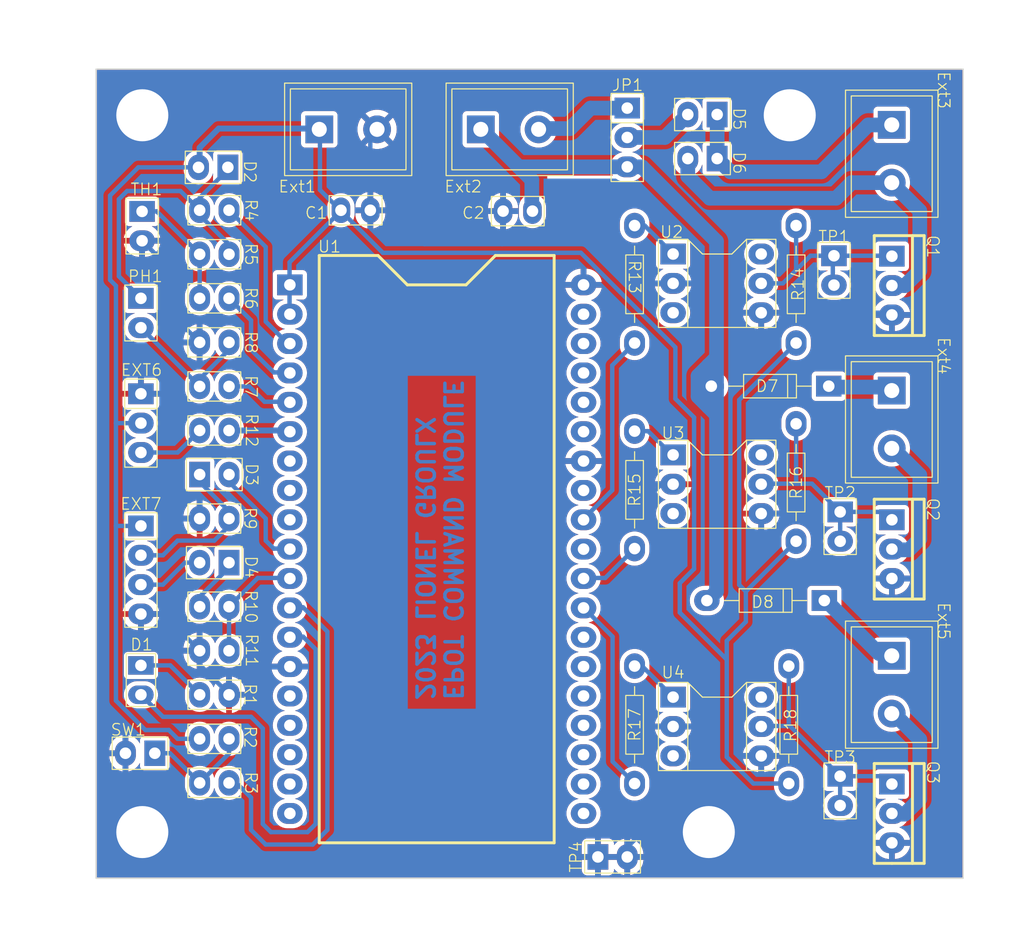
<source format=kicad_pcb>
(kicad_pcb (version 20221018) (generator pcbnew)
  (layers (0 "F.Cu" signal) (31 "B.Cu" signal) (34 "B.Paste" user) (35 "F.Paste" user) (36 "B.SilkS" user "B.Silkscreen") (37 "F.SilkS" user "F.Silkscreen") (38 "B.Mask" user) (39 "F.Mask" user) (44 "Edge.Cuts" user))
  (net 0 "")
  (net 1 "+3.3V")
  (net 2 "GND")
  (net 3 "+5V")
  (net 4 "Net-(D2-K)")
  (net 5 "Net-(D3-K)")
  (net 6 "Net-(D4-A)")
  (net 7 "Net-(D4-K)")
  (net 8 "Net-(D5-K)")
  (net 9 "/Ultrasonic_Sensor_Trig")
  (net 10 "Net-(D8-K)")
  (net 11 "Net-(D5-A)")
  (net 12 "+12V")
  (net 13 "Net-(Q2-D)")
  (net 14 "Net-(Q3-D)")
  (net 15 "Net-(EXT6-Aout)")
  (net 16 "Net-(Q1-G)")
  (net 17 "Net-(Q2-G)")
  (net 18 "Net-(Q3-G)")
  (net 19 "Net-(R15-Pad2)")
  (net 20 "/Pump_Control")
  (net 21 "Net-(D6-A)")
  (net 22 "/LED_Control")
  (net 23 "Net-(PH1-Pad2)")
  (net 24 "/UV_Control")
  (net 25 "Net-(R2-Pad2)")
  (net 26 "/Sync_Button")
  (net 27 "/Photo_Out")
  (net 28 "/Humidity_Sensor_Out")
  (net 29 "/Thermistor_Out")
  (net 30 "/Ultrasonic_Sensor_Echo")
  (net 31 "/ADC_Top_Ref")
  (net 32 "Net-(D1-K)")
  (net 45 "/Status_LED")
  (net 60 "Net-(R5-Pad2)")
  (net 61 "Net-(R13-Pad2)")
  (net 62 "Net-(R17-Pad2)")
  (net 63 "Net-(D7-K)")
  (footprint "AYNLC_KiCad_Library:TO220" (layer "F.Cu") (at 173.228 65.2125 -90)
    (fp_text reference "Q1")
    (fp_text value "NMOS")
  )
  (footprint "AYNLC_KiCad_Library:Resistor_10.16p" (layer "F.Cu") (at 148.18 74.5015 90)
    (fp_text reference "R13")
    (fp_text value "200" hide)
  )
  (footprint "AYNLC_KiCad_Library:TERMINAL BLOCK 2PINS" (layer "F.Cu") (at 117.9068 52.0192)
    (fp_text reference "Ext1")
    (fp_text value "~")
  )
  (footprint "AYNLC_KiCad_Library:Vertical_resistor_2.54" (layer "F.Cu") (at 110.56 89.685 90)
    (fp_text reference "R9")
    (fp_text value "10k")
  )
  (footprint "AYNLC_KiCad_Library:Vertical_resistor_2.54" (layer "F.Cu") (at 110.56 104.925 90)
    (fp_text reference "R1")
    (fp_text value "1k")
  )
  (footprint "AYNLC_KiCad_Library:TO220" (layer "F.Cu") (at 173.228 88.011 -90)
    (fp_text reference "Q2")
    (fp_text value "NMOS")
  )
  (footprint "AYNLC_KiCad_Library:Header_2P_2.54" (layer "F.Cu") (at 114.143 57.908 -90)
    (fp_text reference "D2")
    (fp_text value "1N4004")
  )
  (footprint "AYNLC_KiCad_Library:Header_3P_2.54" (layer "F.Cu") (at 146.148 52.9115)
    (fp_text reference "JP1")
    (fp_text value "Jumper_3_Open")
  )
  (footprint "AYNLC_KiCad_Library:Resistor_10.16p" (layer "F.Cu") (at 162.15 64.3415 -90)
    (fp_text reference "R14")
    (fp_text value "10k" hide)
  )
  (footprint "AYNLC_KiCad_Library:TO220" (layer "F.Cu") (at 173.228 110.871 -90)
    (fp_text reference "Q3")
    (fp_text value "NMOS")
  )
  (footprint "AYNLC_KiCad_Library:Resistor_10.16p" (layer "F.Cu") (at 148.18 112.6015 90)
    (fp_text reference "R17")
    (fp_text value "200" hide)
  )
  (footprint "AYNLC_KiCad_Library:Diode_10.16p" (layer "F.Cu") (at 164.973 78.232 180)
    (fp_text reference "D7")
    (fp_text value "1N4004")
  )
  (footprint "AYNLC_KiCad_Library:Header_2P_2.54" (layer "F.Cu") (at 164.563 110.8235)
    (fp_text reference "TP3")
    (fp_text value "~")
  )
  (footprint "AYNLC_KiCad_Library:Header_2P_2.54" (layer "F.Cu") (at 114.243 92.098 -90)
    (fp_text reference "D4")
    (fp_text value "1N4004")
  )
  (footprint "AYNLC_KiCad_Library:Header_3P_2.54" (layer "F.Cu") (at 104.083 77.62)
    (fp_text reference "EXT6")
    (fp_text value "Humidity sensor")
  )
  (footprint "AYNLC_KiCad_Library:DIP_6_2.54p_7.62w" (layer "F.Cu") (at 150.241 103.859)
    (fp_text reference "U4")
    (fp_text value "4N25")
  )
  (footprint "AYNLC_KiCad_Library:TERMINAL BLOCK 2PINS" (layer "F.Cu") (at 174.4218 75.613 -90)
    (fp_text reference "Ext4")
    (fp_text value "~")
  )
  (footprint "AYNLC_KiCad_Library:Header_2P_2.54" (layer "F.Cu") (at 164.563 87.9635)
    (fp_text reference "TP2")
    (fp_text value "~")
  )
  (footprint "AYNLC_KiCad_Library:ESP32_38P" (layer "F.Cu") (at 120.904 66.929)
    (fp_text reference "U1")
    (fp_text value "~")
  )
  (footprint "AYNLC_KiCad_Library:Vertical_resistor_2.54" (layer "F.Cu") (at 113.1 97.305 -90)
    (fp_text reference "R10")
    (fp_text value "3.7k")
  )
  (footprint "AYNLC_KiCad_Library:Header_2P_2.54" (layer "F.Cu") (at 164.027 65.809)
    (fp_text reference "TP1")
    (fp_text value "~")
  )
  (footprint "AYNLC_KiCad_Library:Header_2P_2.54" (layer "F.Cu") (at 143.862 120.3485 90)
    (fp_text reference "TP4")
    (fp_text value "~")
  )
  (footprint "AYNLC_KiCad_Library:Header_2P_2.54" (layer "F.Cu") (at 156.464 53.34 -90)
    (fp_text reference "D5")
    (fp_text value "1N4004")
  )
  (footprint "AYNLC_KiCad_Library:Vertical_resistor_2.54" (layer "F.Cu") (at 113.1 63.015 -90)
    (fp_text reference "R4")
    (fp_text value "100")
  )
  (footprint "AYNLC_KiCad_Library:TERMINAL BLOCK 2PINS" (layer "F.Cu") (at 131.8768 52.0192)
    (fp_text reference "Ext2")
    (fp_text value "~")
  )
  (footprint "AYNLC_KiCad_Library:Header_2P_2.54" (layer "F.Cu") (at 156.464 57.15 -90)
    (fp_text reference "D6")
    (fp_text value "1N4004")
  )
  (footprint "AYNLC_KiCad_Library:Resistor_10.16p" (layer "F.Cu") (at 148.18 92.2815 90)
    (fp_text reference "R15")
    (fp_text value "200" hide)
  )
  (footprint "AYNLC_KiCad_Library:DIP_6_2.54p_7.62w" (layer "F.Cu") (at 150.241 65.532)
    (fp_text reference "U2")
    (fp_text value "4N25")
  )
  (footprint "AYNLC_KiCad_Library:Resistor_10.16p" (layer "F.Cu") (at 162.15 81.4865 -90)
    (fp_text reference "R16")
    (fp_text value "10k" hide)
  )
  (footprint "AYNLC_KiCad_Library:Vertical_resistor_2.54" (layer "F.Cu") (at 110.56 108.735 90)
    (fp_text reference "R2")
    (fp_text value "1k")
  )
  (footprint "AYNLC_KiCad_Library:Vertical_resistor_2.54" (layer "F.Cu") (at 113.1 70.635 -90)
    (fp_text reference "R6")
    (fp_text value "100")
  )
  (footprint "AYNLC_KiCad_Library:Header_2P_2.54" (layer "F.Cu") (at 104.183 61.972)
    (fp_text reference "TH1")
    (fp_text value "Thermistor_NTC")
  )
  (footprint "AYNLC_KiCad_Library:Vertical_resistor_2.54" (layer "F.Cu") (at 110.56 101.115 90)
    (fp_text reference "R11")
    (fp_text value "10k")
  )
  (footprint "AYNLC_KiCad_Library:Resistor_10.16p" (layer "F.Cu") (at 161.515 102.4415 -90)
    (fp_text reference "R18")
    (fp_text value "10k" hide)
  )
  (footprint "AYNLC_KiCad_Library:Header_4P_2.54" (layer "F.Cu") (at 104.083 89.177)
    (fp_text reference "EXT7")
    (fp_text value "Ultrasonic_Sensor_HC-SR04")
  )
  (footprint "AYNLC_KiCad_Library:Vertical_resistor_2.54" (layer "F.Cu") (at 113.1 112.545 -90)
    (fp_text reference "R3")
    (fp_text value "100")
  )
  (footprint "AYNLC_KiCad_Library:Header_2P_2.54" (layer "F.Cu") (at 109.417 87.272 90)
    (fp_text reference "D3")
    (fp_text value "1N4004")
  )
  (footprint "AYNLC_KiCad_Library:Header_2P_2.54" (layer "F.Cu") (at 104.083 69.492)
    (fp_text reference "PH1")
    (fp_text value "R_Photo")
  )
  (footprint "AYNLC_KiCad_Library:LED_2.54" (layer "F.Cu") (at 104.21 101.369)
    (fp_text reference "D1")
    (fp_text value "LED")
  )
  (footprint "AYNLC_KiCad_Library:Vertical_resistor_2.54" (layer "F.Cu") (at 113.1 66.825 -90)
    (fp_text reference "R5")
    (fp_text value "1k")
  )
  (footprint "AYNLC_KiCad_Library:Unpolarized_capacitor" (layer "F.Cu") (at 140.362 61.822 -90)
    (fp_text reference "C2")
    (fp_text value "0.1uF")
  )
  (footprint "AYNLC_KiCad_Library:Vertical_resistor_2.54" (layer "F.Cu") (at 110.56 82.065 90)
    (fp_text reference "R12")
    (fp_text value "100")
  )
  (footprint "AYNLC_KiCad_Library:Unpolarized_capacitor" (layer "F.Cu") (at 121.766 64.289 90)
    (fp_text reference "C1")
    (fp_text value "0.1uF")
  )
  (footprint "AYNLC_KiCad_Library:Header_2P_2.54" (layer "F.Cu") (at 107.823 108.585 -90)
    (fp_text reference "SW1")
    (fp_text value "SW_MEC_5G")
  )
  (footprint "AYNLC_KiCad_Library:Diode_10.16p" (layer "F.Cu") (at 164.592 96.774 180)
    (fp_text reference "D8")
    (fp_text value "1N4004")
  )
  (footprint "AYNLC_KiCad_Library:Vertical_resistor_2.54" (layer "F.Cu") (at 113.1 78.255 -90)
    (fp_text reference "R7")
    (fp_text value "100")
  )
  (footprint "AYNLC_KiCad_Library:DIP_6_2.54p_7.62w" (layer "F.Cu") (at 150.241 82.904)
    (fp_text reference "U3")
    (fp_text value "4N25")
  )
  (footprint "AYNLC_KiCad_Library:TERMINAL BLOCK 2PINS" (layer "F.Cu") (at 174.4218 98.552 -90)
    (fp_text reference "Ext5")
    (fp_text value "~")
  )
  (footprint "AYNLC_KiCad_Library:TERMINAL BLOCK 2PINS" (layer "F.Cu") (at 174.4218 52.6288 -90)
    (fp_text reference "Ext3")
    (fp_text value "~")
  )
  (footprint "AYNLC_KiCad_Library:Vertical_resistor_2.54" (layer "F.Cu") (at 113.1 74.445 -90)
    (fp_text reference "R8")
    (fp_text value "1k")
  )
  (gr_rect (start 101.6 50.8) (end 176.6 120.8) (stroke (width 0.1)) (fill none) (layer "Edge.Cuts"))
  (gr_text "+3.3" (at 111.887 54.102) (layer "F.Cu") (effects (font (size 1.5 1.5) (thickness 0.3) bold) (justify left bottom)))
  (gr_text "+12\n" (at 141.224 62.865) (layer "F.Cu") (effects (font (size 1.5 1.5) (thickness 0.3) bold) (justify left bottom)))
  (gr_text "+5" (at 130.048 62.865) (layer "F.Cu") (effects (font (size 1.5 1.5) (thickness 0.3) bold) (justify left bottom)))
  (gr_text "EPOT COMMAND MODULE\n2023 LIONEL GROULX" (at 129.159 105.537 -90) (layer "B.Cu") (effects (font (size 1.5 1.5) (thickness 0.3) bold) (justify left bottom mirror)))
  (segment (start 153.3235 80.9335) (end 153.3235 94.0385) (width 0.381) (layer "B.Cu") (net 1))
  (segment (start 105.48 90.32) (end 103.321 90.32) (width 0.381) (layer "B.Cu") (net 1))
  (segment (start 103.321 69.55363) (end 103.321 81.43) (width 0.381) (layer "B.Cu") (net 1))
  (segment (start 103.321 81.43) (end 103.321 88.161) (width 0.381) (layer "B.Cu") (net 1))
  (segment (start 118.335 69.4215) (end 118.335 71.9615) (width 0.381) (layer "B.Cu") (net 1))
  (segment (start 103.321 88.161) (end 103.321 90.32) (width 0.381) (layer "B.Cu") (net 1))
  (segment (start 105.253 59.305) (end 102.813 61.745) (width 0.381) (layer "B.Cu") (net 1))
  (segment (start 152.089 95.273) (end 152.089 97.813) (width 0.381) (layer "B.Cu") (net 1))
  (segment (start 118.335 69.4215) (end 118.335 67.5165) (width 0.381) (layer "B.Cu") (net 1))
  (segment (start 120.965 55.95) (end 120.965 61.2565) (width 0.381) (layer "B.Cu") (net 1))
  (segment (start 156.153 110.306) (end 156.153 101.877) (width 0.381) (layer "B.Cu") (net 1))
  (segment (start 151.708 79.318) (end 153.3235 80.9335) (width 0.381) (layer "B.Cu") (net 1))
  (segment (start 103.321 105.433) (end 105.861 107.973) (width 0.381) (layer "B.Cu") (net 1))
  (segment (start 108.655 108.735) (end 110.56 108.735) (width 0.381) (layer "B.Cu") (net 1))
  (segment (start 120.965 61.2565) (end 122.78 63.0715) (width 0.381) (layer "B.Cu") (net 1))
  (segment (start 105.48 81.43) (end 103.321 81.43) (width 0.381) (layer "B.Cu") (net 1))
  (segment (start 157.226 95.4145) (end 157.226 79.4255) (width 0.381) (layer "B.Cu") (net 1))
  (segment (start 118.335 67.5165) (end 122.78 63.0715) (width 0.381) (layer "B.Cu") (net 1))
  (segment (start 126.4065 66.698) (end 143.533 66.698) (width 0.381) (layer "B.Cu") (net 1))
  (segment (start 107.893 107.973) (end 108.655 108.735) (width 0.381) (layer "B.Cu") (net 1))
  (segment (start 156.153 101.877) (end 156.153 100.26) (width 0.381) (layer "B.Cu") (net 1))
  (segment (start 151.708 74.873) (end 151.708 79.318) (width 0.381) (layer "B.Cu") (net 1))
  (segment (start 122.78 63.0715) (end 126.4065 66.698) (width 0.381) (layer "B.Cu") (net 1))
  (segment (start 157.226 79.4255) (end 162.15 74.5015) (width 0.381) (layer "B.Cu") (net 1))
  (segment (start 153.3235 94.0385) (end 152.089 95.273) (width 0.381) (layer "B.Cu") (net 1))
  (segment (start 103.321 90.32) (end 103.321 105.433) (width 0.381) (layer "B.Cu") (net 1))
  (segment (start 110.46 59.305) (end 105.253 59.305) (width 0.381) (layer "B.Cu") (net 1))
  (segment (start 110.56 57.597) (end 112.207 55.95) (width 0.508) (layer "B.Cu") (net 1))
  (segment (start 157.804 95.9925) (end 162.15 91.6465) (width 0.381) (layer "B.Cu") (net 1))
  (segment (start 152.089 97.813) (end 156.153 101.877) (width 0.381) (layer "B.Cu") (net 1))
  (segment (start 157.804 95.9925) (end 157.226 95.4145) (width 0.381) (layer "B.Cu") (net 1))
  (segment (start 143.533 66.698) (end 151.708 74.873) (width 0.381) (layer "B.Cu") (net 1))
  (segment (start 102.813 61.745) (end 102.813 69.04563) (width 0.381) (layer "B.Cu") (net 1))
  (segment (start 156.153 100.26) (end 157.804 98.609) (width 0.381) (layer "B.Cu") (net 1))
  (segment (start 161.515 112.6015) (end 158.4485 112.6015) (width 0.381) (layer "B.Cu") (net 1))
  (segment (start 105.861 107.973) (end 107.893 107.973) (width 0.381) (layer "B.Cu") (net 1))
  (segment (start 110.56 59.205) (end 110.56 57.597) (width 0.508) (layer "B.Cu") (net 1))
  (segment (start 102.813 69.04563) (end 103.321 69.55363) (width 0.381) (layer "B.Cu") (net 1))
  (segment (start 158.4485 112.6015) (end 156.153 110.306) (width 0.381) (layer "B.Cu") (net 1))
  (segment (start 112.207 55.95) (end 120.965 55.95) (width 0.508) (layer "B.Cu") (net 1))
  (segment (start 157.804 98.609) (end 157.804 95.9925) (width 0.381) (layer "B.Cu") (net 1))
  (via (at 105.6 116.8) (size 5) (drill 4.5) (layers "F.Cu" "B.Cu") (net 2))
  (via (at 105.6 54.8) (size 5) (drill 4.5) (layers "F.Cu" "B.Cu") (net 2))
  (via (at 161.6 54.8) (size 5) (drill 4.5) (layers "F.Cu" "B.Cu") (net 2))
  (via (at 154.6 116.8) (size 5) (drill 4.5) (layers "F.Cu" "B.Cu") (net 2))
  (segment (start 108.02 71.905) (end 108.02 68.095) (width 0.381) (layer "B.Cu") (net 2))
  (segment (start 170.415 94.93) (end 174.818 94.93) (width 0.381) (layer "B.Cu") (net 2))
  (segment (start 171.896 117.79) (end 170.415 117.79) (width 0.381) (layer "B.Cu") (net 2))
  (segment (start 111.257 103.02) (end 115.753 103.02) (width 0.381) (layer "B.Cu") (net 2))
  (segment (start 147.875 69.342) (end 151.511 69.342) (width 0.381) (layer "B.Cu") (net 2))
  (segment (start 151.045 107.6215) (end 153.7105 107.6215) (width 0.381) (layer "B.Cu") (net 2))
  (segment (start 147.545 118.9515) (end 147.545 118.105) (width 0.381) (layer "B.Cu") (net 2))
  (segment (start 162.16 117.79) (end 163.773 117.79) (width 0.381) (layer "B.Cu") (net 2))
  (segment (start 144.469 65.936) (end 136.722 65.936) (width 0.381) (layer "B.Cu") (net 2))
  (segment (start 125.32 56.595) (end 130.4685 51.4465) (width 0.381) (layer "B.Cu") (net 2))
  (segment (start 110.56 101.115) (end 110.56 102.323) (width 0.381) (layer "B.Cu") (net 2))
  (segment (start 158.665 110.1615) (end 162.1515 110.1615) (width 0.381) (layer "B.Cu") (net 2))
  (segment (start 147.545 118.9515) (end 145.005 118.9515) (width 0.381) (layer "B.Cu") (net 2))
  (segment (start 153.74 102.131) (end 153.74 107.592) (width 0.381) (layer "B.Cu") (net 2))
  (segment (start 105.58 65.655) (end 108.02 68.095) (width 0.381) (layer "B.Cu") (net 2))
  (segment (start 136.722 65.936) (end 129.991 65.936) (width 0.381) (layer "B.Cu") (net 2))
  (segment (start 163.9 90.1895) (end 163.9 92.479) (width 0.381) (layer "B.Cu") (net 2))
  (segment (start 174.879 94.869) (end 174.879 114.807) (width 0.381) (layer "B.Cu") (net 2))
  (segment (start 170.415 72.07) (end 174.691 72.07) (width 0.381) (layer "B.Cu") (net 2))
  (segment (start 149.041 88.161) (end 149.041 90.066) (width 0.381) (layer "B.Cu") (net 2))
  (segment (start 130.4685 51.4465) (end 169.7645 51.4465) (width 0.381) (layer "B.Cu") (net 2))
  (segment (start 174.879 56.561) (end 174.879 71.882) (width 0.381) (layer "B.Cu") (net 2))
  (segment (start 127.1265 63.0715) (end 125.32 63.0715) (width 0.381) (layer "B.Cu") (net 2))
  (segment (start 129.991 65.936) (end 127.1265 63.0715) (width 0.381) (layer "B.Cu") (net 2))
  (segment (start 153.7105 107.6215) (end 153.74 107.592) (width 0.381) (layer "B.Cu") (net 2))
  (segment (start 162.1515 110.1615) (end 163.646 111.656) (width 0.381) (layer "B.Cu") (net 2))
  (segment (start 169.7645 51.4465) (end 174.879 56.561) (width 0.381) (layer "B.Cu") (net 2))
  (segment (start 149.041 90.066) (end 150.692 91.717) (width 0.381) (layer "B.Cu") (net 2))
  (segment (start 110.56 89.177) (end 110.56 89.685) (width 0.381) (layer "B.Cu") (net 2))
  (segment (start 115.753 103.02) (end 116.3315 102.4415) (width 0.381) (layer "B.Cu") (net 2))
  (segment (start 151.355 86.6665) (end 150.5355 86.6665) (width 0.381) (layer "B.Cu") (net 2))
  (segment (start 162.917 89.2065) (end 163.9 90.1895) (width 0.381) (layer "B.Cu") (net 2))
  (segment (start 174.879 114.807) (end 171.896 117.79) (width 0.381) (layer "B.Cu") (net 2))
  (segment (start 116.3315 102.4415) (end 118.335 102.4415) (width 0.381) (layer "B.Cu") (net 2))
  (segment (start 163.773 117.79) (end 170.415 117.79) (width 0.381) (layer "B.Cu") (net 2))
  (segment (start 110.56 102.323) (end 111.257 103.02) (width 0.381) (layer "B.Cu") (net 2))
  (segment (start 136.75 63.0715) (end 136.75 65.908) (width 0.381) (layer "B.Cu") (net 2))
  (segment (start 110.56 74.445) (end 108.02 71.905) (width 0.381) (layer "B.Cu") (net 2))
  (segment (start 107.385 97.94) (end 110.56 101.115) (width 0.381) (layer "B.Cu") (net 2))
  (segment (start 150.5355 86.6665) (end 149.041 88.161) (width 0.381) (layer "B.Cu") (net 2))
  (segment (start 150.692 99.083) (end 153.74 102.131) (width 0.381) (layer "B.Cu") (net 2))
  (segment (start 150.692 91.717) (end 150.692 99.083) (width 0.381) (layer "B.Cu") (net 2))
  (segment (start 158.975 89.2065) (end 162.917 89.2065) (width 0.381) (layer "B.Cu") (net 2))
  (segment (start 163.646 111.656) (end 163.646 117.663) (width 0.381) (layer "B.Cu") (net 2))
  (segment (start 144.469 65.936) (end 147.875 69.342) (width 0.381) (layer "B.Cu") (net 2))
  (segment (start 111.257 103.02) (end 113.1 104.863) (width 0.381) (layer "B.Cu") (net 2))
  (segment (start 163.9 92.479) (end 166.351 94.93) (width 0.381) (layer "B.Cu") (net 2))
  (segment (start 147.545 118.105) (end 154.883 110.767) (width 0.381) (layer "B.Cu") (net 2))
  (segment (start 166.351 94.93) (end 170.415 94.93) (width 0.381) (layer "B.Cu") (net 2))
  (segment (start 153.74 109.37) (end 162.16 117.79) (width 0.381) (layer "B.Cu") (net 2))
  (segment (start 159.131 71.882) (end 170.2455 71.882) (width 0.381) (layer "B.Cu") (net 2))
  (segment (start 153.74 107.592) (end 153.74 109.37) (width 0.381) (layer "B.Cu") (net 2))
  (segment (start 174.879 71.882) (end 174.879 94.869) (width 0.381) (layer "B.Cu") (net 2))
  (segment (start 125.32 63.0715) (end 125.32 56.595) (width 0.381) (layer "B.Cu") (net 2))
  (segment (start 136.75 65.908) (end 136.722 65.936) (width 0.381) (layer "B.Cu") (net 2))
  (segment (start 113.1 104.863) (end 113.1 104.925) (width 0.508) (layer "B.Cu") (net 2))
  (segment (start 105.48 97.94) (end 107.385 97.94) (width 0.381) (layer "B.Cu") (net 2))
  (segment (start 148.815 59.2615) (end 155.264 65.7105) (width 1.27) (layer "B.Cu") (net 3))
  (segment (start 155.264 95.9925) (end 154.53 96.7265) (width 1.27) (layer "B.Cu") (net 3))
  (segment (start 139.29 60.385) (end 139.29 63.0715) (width 1.27) (layer "B.Cu") (net 3))
  (segment (start 138.1665 59.2615) (end 147.545 59.2615) (width 1.27) (layer "B.Cu") (net 3))
  (segment (start 147.545 59.2615) (end 148.815 59.2615) (width 1.27) (layer "B.Cu") (net 3))
  (segment (start 153.67 79.121) (end 154.559 80.01) (width 1.27) (layer "B.Cu") (net 3))
  (segment (start 154.559 76.454) (end 154.559 80.01) (width 1.27) (layer "B.Cu") (net 3))
  (segment (start 134.855 55.95) (end 138.1665 59.2615) (width 1.27) (layer "B.Cu") (net 3))
  (segment (start 153.67 77.343) (end 153.67 79.121) (width 1.27) (layer "B.Cu") (net 3))
  (segment (start 154.559 80.01) (end 155.194 80.645) (width 1.27) (layer "B.Cu") (net 3))
  (segment (start 138.1665 59.2615) (end 139.29 60.385) (width 1.27) (layer "B.Cu") (net 3))
  (segment (start 155.264 65.7105) (end 155.264 95.9925) (width 1.27) (layer "B.Cu") (net 3))
  (segment (start 155.194 75.819) (end 154.559 76.454) (width 1.27) (layer "B.Cu") (net 3))
  (segment (start 154.559 76.454) (end 153.67 77.343) (width 1.27) (layer "B.Cu") (net 3))
  (segment (start 105.48 70.635) (end 103.575 68.73) (width 0.381) (layer "B.Cu") (net 4))
  (segment (start 110.56 63.4325) (end 113.1 65.9725) (width 0.381) (layer "B.Cu") (net 4))
  (segment (start 103.575 68.73) (end 103.575 62.06063) (width 0.381) (layer "B.Cu") (net 4))
  (segment (start 113.1 65.9725) (end 113.1 66.825) (width 0.508) (layer "B.Cu") (net 4))
  (segment (start 113 59.505) (end 110.56 61.945) (width 0.381) (layer "B.Cu") (net 4))
  (segment (start 113 59.305) (end 113 59.505) (width 0.381) (layer "B.Cu") (net 4))
  (segment (start 103.575 62.06063) (end 104.28263 61.353) (width 0.381) (layer "B.Cu") (net 4))
  (segment (start 110.56 61.945) (end 110.56 63.015) (width 0.381) (layer "B.Cu") (net 4))
  (segment (start 104.28263 61.353) (end 108.898 61.353) (width 0.381) (layer "B.Cu") (net 4))
  (segment (start 108.898 61.353) (end 110.56 63.015) (width 0.381) (layer "B.Cu") (net 4))
  (segment (start 110.56 63.015) (end 110.56 63.4325) (width 0.508) (layer "B.Cu") (net 4))
  (segment (start 107.385 92.86) (end 108.655 91.59) (width 0.381) (layer "B.Cu") (net 5))
  (segment (start 113.1 89.05) (end 113.1 89.685) (width 0.381) (layer "B.Cu") (net 5))
  (segment (start 108.655 91.59) (end 111.83 91.59) (width 0.381) (layer "B.Cu") (net 5))
  (segment (start 105.48 92.86) (end 107.385 92.86) (width 0.381) (layer "B.Cu") (net 5))
  (segment (start 111.83 91.59) (end 113.1 90.32) (width 0.381) (layer "B.Cu") (net 5))
  (segment (start 110.56 85.875) (end 110.56 86.51) (width 0.381) (layer "B.Cu") (net 5))
  (segment (start 110.56 86.51) (end 113.1 89.05) (width 0.381) (layer "B.Cu") (net 5))
  (segment (start 113.1 90.32) (end 113.1 89.685) (width 0.381) (layer "B.Cu") (net 5))
  (segment (start 109.29 93.495) (end 110.56 93.495) (width 0.381) (layer "B.Cu") (net 6))
  (segment (start 107.385 95.4) (end 109.29 93.495) (width 0.381) (layer "B.Cu") (net 6))
  (segment (start 105.48 95.4) (end 107.385 95.4) (width 0.381) (layer "B.Cu") (net 6))
  (segment (start 113.1 93.9125) (end 110.56 96.4525) (width 0.381) (layer "B.Cu") (net 7))
  (segment (start 113.1 93.495) (end 113.1 93.9125) (width 0.381) (layer "B.Cu") (net 7))
  (segment (start 110.56 96.4525) (end 110.56 97.305) (width 0.381) (layer "B.Cu") (net 7))
  (segment (start 156.464 59.69) (end 155.321 58.547) (width 1.27) (layer "B.Cu") (net 8))
  (segment (start 164.338 59.69) (end 156.464 59.69) (width 1.27) (layer "B.Cu") (net 8))
  (segment (start 155.321 58.547) (end 155.321 54.737) (width 1.27) (layer "B.Cu") (net 8))
  (segment (start 168.388 55.64) (end 164.338 59.69) (width 1.27) (layer "B.Cu") (net 8))
  (segment (start 170.415 55.64) (end 168.388 55.64) (width 1.27) (layer "B.Cu") (net 8))
  (segment (start 113.1 86.51) (end 116.275 89.685) (width 0.381) (layer "B.Cu") (net 9))
  (segment (start 113.1 85.875) (end 113.1 86.51) (width 0.508) (layer "B.Cu") (net 9))
  (segment (start 116.9665 92.2815) (end 118.335 92.2815) (width 0.381) (layer "B.Cu") (net 9))
  (segment (start 116.275 91.59) (end 116.9665 92.2815) (width 0.381) (layer "B.Cu") (net 9))
  (segment (start 116.275 89.685) (end 116.275 91.59) (width 0.381) (layer "B.Cu") (net 9))
  (segment (start 164.69 96.7265) (end 169.3235 101.36) (width 1.27) (layer "B.Cu") (net 10))
  (segment (start 150.7965 56.7215) (end 152.781 54.737) (width 1.27) (layer "B.Cu") (net 11))
  (segment (start 147.545 56.7215) (end 150.7965 56.7215) (width 1.27) (layer "B.Cu") (net 11))
  (segment (start 142.6015 55.95) (end 144.37 54.1815) (width 1.27) (layer "B.Cu") (net 12))
  (segment (start 139.855 55.95) (end 142.6015 55.95) (width 1.27) (layer "B.Cu") (net 12))
  (segment (start 144.37 54.1815) (end 147.545 54.1815) (width 1.27) (layer "B.Cu") (net 12))
  (segment (start 172.847 91.45) (end 171.907 92.39) (width 1.27) (layer "B.Cu") (net 13))
  (segment (start 172.847 85.932) (end 172.847 91.45) (width 1.27) (layer "B.Cu") (net 13))
  (segment (start 170.415 83.5) (end 172.847 85.932) (width 1.27) (layer "B.Cu") (net 13))
  (segment (start 171.907 92.39) (end 170.415 92.39) (width 1.27) (layer "B.Cu") (net 13))
  (segment (start 172.847 113.948) (end 171.545 115.25) (width 1.27) (layer "B.Cu") (net 14))
  (segment (start 170.415 106.36) (end 172.847 108.792) (width 1.27) (layer "B.Cu") (net 14))
  (segment (start 171.545 115.25) (end 170.415 115.25) (width 1.27) (layer "B.Cu") (net 14))
  (segment (start 172.847 108.792) (end 172.847 113.948) (width 1.27) (layer "B.Cu") (net 14))
  (segment (start 105.48 83.97) (end 108.655 83.97) (width 0.381) (layer "B.Cu") (net 15))
  (segment (start 108.655 83.97) (end 110.56 82.065) (width 0.381) (layer "B.Cu") (net 15))
  (segment (start 170.377 66.952) (end 170.415 66.99) (width 0.381) (layer "B.Cu") (net 16))
  (segment (start 161.002 69.342) (end 159.131 69.342) (width 0.381) (layer "B.Cu") (net 16))
  (segment (start 162.15 64.3415) (end 162.15 68.123) (width 0.381) (layer "B.Cu") (net 16))
  (segment (start 162.1855 68.1585) (end 161.002 69.342) (width 0.381) (layer "B.Cu") (net 16))
  (segment (start 163.392 66.952) (end 162.1855 68.1585) (width 0.381) (layer "B.Cu") (net 16))
  (segment (start 165.424 66.952) (end 170.377 66.952) (width 0.381) (layer "B.Cu") (net 16))
  (segment (start 165.325 66.8815) (end 165.325 69.4215) (width 0.381) (layer "B.Cu") (net 16))
  (segment (start 162.15 68.123) (end 162.1855 68.1585) (width 0.381) (layer "B.Cu") (net 16))
  (segment (start 165.424 66.952) (end 163.392 66.952) (width 0.381) (layer "B.Cu") (net 16))
  (segment (start 162.249 86.6665) (end 158.975 86.6665) (width 0.381) (layer "B.Cu") (net 17))
  (segment (start 163.52 86.6665) (end 162.249 86.6665) (width 0.381) (layer "B.Cu") (net 17))
  (segment (start 162.15 81.4865) (end 162.15 86.5675) (width 0.381) (layer "B.Cu") (net 17))
  (segment (start 165.96 89.1065) (end 163.52 86.6665) (width 0.381) (layer "B.Cu") (net 17))
  (segment (start 162.15 86.5675) (end 162.249 86.6665) (width 0.381) (layer "B.Cu") (net 17))
  (segment (start 165.96 89.1065) (end 169.6715 89.1065) (width 0.381) (layer "B.Cu") (net 17))
  (segment (start 165.96 91.6465) (end 165.96 89.1065) (width 0.381) (layer "B.Cu") (net 17))
  (segment (start 169.6715 89.1065) (end 170.415 89.85) (width 0.381) (layer "B.Cu") (net 17))
  (segment (start 161.615 107.6215) (end 158.665 107.6215) (width 0.381) (layer "B.Cu") (net 18))
  (segment (start 161.515 107.5215) (end 161.615 107.6215) (width 0.381) (layer "B.Cu") (net 18))
  (segment (start 169.6715 111.9665) (end 170.415 112.71) (width 0.381) (layer "B.Cu") (net 18))
  (segment (start 165.96 111.9665) (end 161.615 107.6215) (width 0.381) (layer "B.Cu") (net 18))
  (segment (start 165.96 111.9665) (end 165.96 114.5065) (width 0.381) (layer "B.Cu") (net 18))
  (segment (start 161.515 102.4415) (end 161.515 107.5215) (width 0.381) (layer "B.Cu") (net 18))
  (segment (start 165.96 111.9665) (end 169.6715 111.9665) (width 0.381) (layer "B.Cu") (net 18))
  (segment (start 148.18 82.1215) (end 149.35 82.1215) (width 0.381) (layer "B.Cu") (net 19))
  (segment (start 149.35 82.1215) (end 151.355 84.1265) (width 0.381) (layer "B.Cu") (net 19))
  (segment (start 146.247 76.4345) (end 148.18 74.5015) (width 0.381) (layer "B.Cu") (net 20))
  (segment (start 143.735 89.7415) (end 146.247 87.2295) (width 0.381) (layer "B.Cu") (net 20))
  (segment (start 146.247 87.2295) (end 146.247 76.4345) (width 0.381) (layer "B.Cu") (net 20))
  (segment (start 152.781 60.071) (end 152.781 58.547) (width 1.27) (layer "B.Cu") (net 21))
  (segment (start 171.5665 69.53) (end 170.415 69.53) (width 1.27) (layer "B.Cu") (net 21))
  (segment (start 170.4218 60.6288) (end 166.9552 60.6288) (width 1.27) (layer "B.Cu") (net 21))
  (segment (start 154.686 61.976) (end 152.781 60.071) (width 1.27) (layer "B.Cu") (net 21))
  (segment (start 170.415 60.64) (end 172.847 63.072) (width 1.27) (layer "B.Cu") (net 21))
  (segment (start 165.608 61.976) (end 154.686 61.976) (width 1.27) (layer "B.Cu") (net 21))
  (segment (start 166.9552 60.6288) (end 165.608 61.976) (width 1.27) (layer "B.Cu") (net 21))
  (segment (start 172.847 63.072) (end 172.847 68.2495) (width 1.27) (layer "B.Cu") (net 21))
  (segment (start 172.847 68.2495) (end 171.5665 69.53) (width 1.27) (layer "B.Cu") (net 21))
  (segment (start 145.64 94.8215) (end 148.18 92.2815) (width 0.381) (layer "B.Cu") (net 22))
  (segment (start 143.735 94.8215) (end 145.64 94.8215) (width 0.381) (layer "B.Cu") (net 22))
  (segment (start 110.56 78.255) (end 105.48 73.175) (width 0.381) (layer "B.Cu") (net 23))
  (segment (start 113.1 74.445) (end 113.1 75.08) (width 0.381) (layer "B.Cu") (net 23))
  (segment (start 113.1 75.08) (end 110.56 77.62) (width 0.381) (layer "B.Cu") (net 23))
  (segment (start 110.56 77.62) (end 110.56 78.255) (width 0.381) (layer "B.Cu") (net 23))
  (segment (start 146.275 99.9015) (end 143.735 97.3615) (width 0.381) (layer "B.Cu") (net 24))
  (segment (start 146.275 110.6965) (end 146.275 99.9015) (width 0.381) (layer "B.Cu") (net 24))
  (segment (start 148.18 112.6015) (end 146.275 110.6965) (width 0.381) (layer "B.Cu") (net 24))
  (segment (start 110.56 112.545) (end 113.1 110.005) (width 0.381) (layer "B.Cu") (net 25))
  (segment (start 113.1 110.005) (end 113.1 108.735) (width 0.381) (layer "B.Cu") (net 25))
  (segment (start 110.56 112.545) (end 107.997 109.982) (width 0.381) (layer "B.Cu") (net 25))
  (segment (start 107.997 109.982) (end 106.68 109.982) (width 0.381) (layer "B.Cu") (net 25))
  (segment (start 119.5065 97.3615) (end 118.335 97.3615) (width 0.381) (layer "B.Cu") (net 26))
  (segment (start 121.609 99.464) (end 119.5065 97.3615) (width 0.381) (layer "B.Cu") (net 26))
  (segment (start 113.735 112.545) (end 115.005 113.815) (width 0.381) (layer "B.Cu") (net 26))
  (segment (start 115.005 116.609) (end 116.275 117.879) (width 0.381) (layer "B.Cu") (net 26))
  (segment (start 120.339 117.879) (end 121.609 116.609) (width 0.381) (layer "B.Cu") (net 26))
  (segment (start 121.609 116.609) (end 121.609 99.464) (width 0.381) (layer "B.Cu") (net 26))
  (segment (start 116.275 117.879) (end 120.339 117.879) (width 0.381) (layer "B.Cu") (net 26))
  (segment (start 113.1 112.545) (end 113.735 112.545) (width 0.381) (layer "B.Cu") (net 26))
  (segment (start 115.005 113.815) (end 115.005 116.609) (width 0.381) (layer "B.Cu") (net 26))
  (segment (start 116.17275 79.5815) (end 118.335 79.5815) (width 0.381) (layer "B.Cu") (net 27))
  (segment (start 113.1 78.255) (end 114.84625 78.255) (width 0.381) (layer "B.Cu") (net 27))
  (segment (start 114.84625 78.255) (end 116.17275 79.5815) (width 0.381) (layer "B.Cu") (net 27))
  (segment (start 118.2785 82.065) (end 118.335 82.1215) (width 0.508) (layer "B.Cu") (net 28))
  (segment (start 113.1 82.065) (end 118.2785 82.065) (width 0.508) (layer "B.Cu") (net 28))
  (segment (start 115.005 72.54) (end 115.005 75.08) (width 0.381) (layer "B.Cu") (net 29))
  (segment (start 116.9665 77.0415) (end 118.335 77.0415) (width 0.381) (layer "B.Cu") (net 29))
  (segment (start 115.005 75.08) (end 116.9665 77.0415) (width 0.381) (layer "B.Cu") (net 29))
  (segment (start 113.1 70.635) (end 115.005 72.54) (width 0.381) (layer "B.Cu") (net 29))
  (segment (start 118.335 94.8215) (end 115.5835 94.8215) (width 0.381) (layer "B.Cu") (net 30))
  (segment (start 115.5835 94.8215) (end 113.1 97.305) (width 0.381) (layer "B.Cu") (net 30))
  (segment (start 113.1 97.305) (end 113.1 101.115) (width 0.381) (layer "B.Cu") (net 30))
  (segment (start 116.275 72.6415) (end 118.135 74.5015) (width 0.381) (layer "B.Cu") (net 31))
  (segment (start 113.1 63.015) (end 116.275 66.19) (width 0.381) (layer "B.Cu") (net 31))
  (segment (start 116.275 66.19) (end 116.275 72.6415) (width 0.381) (layer "B.Cu") (net 31))
  (segment (start 118.135 74.5015) (end 118.335 74.5015) (width 0.508) (layer "B.Cu") (net 31))
  (segment (start 108.02 102.385) (end 105.48 102.385) (width 0.381) (layer "B.Cu") (net 32))
  (segment (start 110.56 104.925) (end 108.02 102.385) (width 0.381) (layer "B.Cu") (net 32))
  (segment (start 107.388077 106.833077) (end 115.008077 106.833077) (width 0.381) (layer "B.Cu") (net 45))
  (segment (start 115.008077 106.833077) (end 116.021 107.846) (width 0.381) (layer "B.Cu") (net 45))
  (segment (start 116.021 107.846) (end 116.021 116.101) (width 0.381) (layer "B.Cu") (net 45))
  (segment (start 119.5065 99.9015) (end 118.335 99.9015) (width 0.381) (layer "B.Cu") (net 45))
  (segment (start 120.593 100.988) (end 119.5065 99.9015) (width 0.381) (layer "B.Cu") (net 45))
  (segment (start 116.7235 116.8035) (end 119.8905 116.8035) (width 0.381) (layer "B.Cu") (net 45))
  (segment (start 116.021 116.101) (end 116.7235 116.8035) (width 0.381) (layer "B.Cu") (net 45))
  (segment (start 119.8905 116.8035) (end 120.593 116.101) (width 0.381) (layer "B.Cu") (net 45))
  (segment (start 120.593 116.101) (end 120.593 100.988) (width 0.381) (layer "B.Cu") (net 45))
  (segment (start 105.48 104.925) (end 107.388077 106.833077) (width 0.381) (layer "B.Cu") (net 45))
  (segment (start 105.58 63.115) (end 106.85 63.115) (width 0.381) (layer "B.Cu") (net 60))
  (segment (start 110.56 66.825) (end 110.56 70.635) (width 0.381) (layer "B.Cu") (net 60))
  (segment (start 106.85 63.115) (end 110.56 66.825) (width 0.381) (layer "B.Cu") (net 60))
  (segment (start 149.0505 64.3415) (end 151.511 66.802) (width 0.381) (layer "B.Cu") (net 61))
  (segment (start 148.18 64.3415) (end 149.0505 64.3415) (width 0.381) (layer "B.Cu") (net 61))
  (segment (start 148.18 102.4415) (end 148.8235 102.4415) (width 0.381) (layer "B.Cu") (net 62))
  (segment (start 148.8235 102.4415) (end 151.511 105.129) (width 0.381) (layer "B.Cu") (net 62))
  (segment (start 164.69 78.3115) (end 170.2265 78.3115) (width 1.27) (layer "B.Cu") (net 63))
  (zone (net 2) (net_name "GND") (layer "F.Cu") (priority 1) (connect_pads (clearance 0)) (min_thickness 0.0254) (fill yes (thermal_gap 0.5) (thermal_bridge_width 0.5) (island_removal_mode 1) (island_area_min 9.999999))
    (polygon (pts (xy 96.266 45.974) (xy 95.758 124.841) (xy 181.864 124.714) (xy 181.737 44.831) (xy 95.885 45.339)))
  )
  (zone (net 2) (net_name "GND") (layer "B.Cu") (connect_pads (clearance 0)) (min_thickness 0.0254) (fill yes (thermal_gap 0.5) (thermal_bridge_width 0.5) (island_removal_mode 1) (island_area_min 9.999999))
    (polygon (pts (xy 98.552 48.387) (xy 98.171 122.682) (xy 179.451 122.682) (xy 179.705 47.625) (xy 98.171 47.625)))
  )
)
</source>
